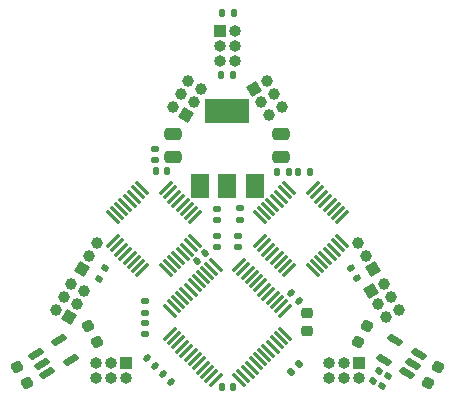
<source format=gbr>
%TF.GenerationSoftware,KiCad,Pcbnew,7.0.0-da2b9df05c~163~ubuntu22.04.1*%
%TF.CreationDate,2023-03-01T01:28:45+03:00*%
%TF.ProjectId,freeeeg16-alpha,66726565-6565-4673-9136-2d616c706861,rev?*%
%TF.SameCoordinates,Original*%
%TF.FileFunction,Soldermask,Bot*%
%TF.FilePolarity,Negative*%
%FSLAX46Y46*%
G04 Gerber Fmt 4.6, Leading zero omitted, Abs format (unit mm)*
G04 Created by KiCad (PCBNEW 7.0.0-da2b9df05c~163~ubuntu22.04.1) date 2023-03-01 01:28:45*
%MOMM*%
%LPD*%
G01*
G04 APERTURE LIST*
G04 Aperture macros list*
%AMRoundRect*
0 Rectangle with rounded corners*
0 $1 Rounding radius*
0 $2 $3 $4 $5 $6 $7 $8 $9 X,Y pos of 4 corners*
0 Add a 4 corners polygon primitive as box body*
4,1,4,$2,$3,$4,$5,$6,$7,$8,$9,$2,$3,0*
0 Add four circle primitives for the rounded corners*
1,1,$1+$1,$2,$3*
1,1,$1+$1,$4,$5*
1,1,$1+$1,$6,$7*
1,1,$1+$1,$8,$9*
0 Add four rect primitives between the rounded corners*
20,1,$1+$1,$2,$3,$4,$5,0*
20,1,$1+$1,$4,$5,$6,$7,0*
20,1,$1+$1,$6,$7,$8,$9,0*
20,1,$1+$1,$8,$9,$2,$3,0*%
%AMHorizOval*
0 Thick line with rounded ends*
0 $1 width*
0 $2 $3 position (X,Y) of the first rounded end (center of the circle)*
0 $4 $5 position (X,Y) of the second rounded end (center of the circle)*
0 Add line between two ends*
20,1,$1,$2,$3,$4,$5,0*
0 Add two circle primitives to create the rounded ends*
1,1,$1,$2,$3*
1,1,$1,$4,$5*%
%AMRotRect*
0 Rectangle, with rotation*
0 The origin of the aperture is its center*
0 $1 length*
0 $2 width*
0 $3 Rotation angle, in degrees counterclockwise*
0 Add horizontal line*
21,1,$1,$2,0,0,$3*%
G04 Aperture macros list end*
%ADD10RoundRect,0.135000X-0.092715X0.209413X-0.227715X-0.024413X0.092715X-0.209413X0.227715X0.024413X0*%
%ADD11RoundRect,0.140000X-0.077224X0.206244X-0.217224X-0.036244X0.077224X-0.206244X0.217224X0.036244X0*%
%ADD12R,1.000000X1.000000*%
%ADD13O,1.000000X1.000000*%
%ADD14RotRect,1.000000X1.000000X210.000000*%
%ADD15HorizOval,1.000000X0.000000X0.000000X0.000000X0.000000X0*%
%ADD16RotRect,1.000000X1.000000X150.000000*%
%ADD17HorizOval,1.000000X0.000000X0.000000X0.000000X0.000000X0*%
%ADD18RoundRect,0.140000X0.170000X-0.140000X0.170000X0.140000X-0.170000X0.140000X-0.170000X-0.140000X0*%
%ADD19RoundRect,0.135000X-0.185000X0.135000X-0.185000X-0.135000X0.185000X-0.135000X0.185000X0.135000X0*%
%ADD20RoundRect,0.140000X0.140000X0.170000X-0.140000X0.170000X-0.140000X-0.170000X0.140000X-0.170000X0*%
%ADD21RoundRect,0.225000X0.329006X-0.069856X0.104006X0.319856X-0.329006X0.069856X-0.104006X-0.319856X0*%
%ADD22RoundRect,0.140000X-0.219203X-0.021213X-0.021213X-0.219203X0.219203X0.021213X0.021213X0.219203X0*%
%ADD23RoundRect,0.225000X-0.104006X0.319856X-0.329006X-0.069856X0.104006X-0.319856X0.329006X0.069856X0*%
%ADD24RoundRect,0.140000X-0.170000X0.140000X-0.170000X-0.140000X0.170000X-0.140000X0.170000X0.140000X0*%
%ADD25RoundRect,0.075000X-0.415425X-0.521491X0.521491X0.415425X0.415425X0.521491X-0.521491X-0.415425X0*%
%ADD26RoundRect,0.075000X0.415425X-0.521491X0.521491X-0.415425X-0.415425X0.521491X-0.521491X0.415425X0*%
%ADD27RoundRect,0.150000X-0.368838X-0.386154X0.518838X0.126346X0.368838X0.386154X-0.518838X-0.126346X0*%
%ADD28RotRect,1.000000X1.000000X330.000000*%
%ADD29HorizOval,1.000000X0.000000X0.000000X0.000000X0.000000X0*%
%ADD30R,1.500000X2.000000*%
%ADD31R,3.800000X2.000000*%
%ADD32RoundRect,0.075000X0.530330X-0.424264X-0.424264X0.530330X-0.530330X0.424264X0.424264X-0.530330X0*%
%ADD33RoundRect,0.075000X0.530330X0.424264X0.424264X0.530330X-0.530330X-0.424264X-0.424264X-0.530330X0*%
%ADD34RoundRect,0.140000X-0.021213X0.219203X-0.219203X0.021213X0.021213X-0.219203X0.219203X-0.021213X0*%
%ADD35RoundRect,0.135000X-0.135000X-0.185000X0.135000X-0.185000X0.135000X0.185000X-0.135000X0.185000X0*%
%ADD36RoundRect,0.140000X0.219203X0.021213X0.021213X0.219203X-0.219203X-0.021213X-0.021213X-0.219203X0*%
%ADD37RoundRect,0.150000X0.518838X-0.126346X-0.368838X0.386154X-0.518838X0.126346X0.368838X-0.386154X0*%
%ADD38RoundRect,0.140000X-0.140000X-0.170000X0.140000X-0.170000X0.140000X0.170000X-0.140000X0.170000X0*%
%ADD39RoundRect,0.250000X0.475000X-0.250000X0.475000X0.250000X-0.475000X0.250000X-0.475000X-0.250000X0*%
%ADD40RoundRect,0.225000X-0.250000X0.225000X-0.250000X-0.225000X0.250000X-0.225000X0.250000X0.225000X0*%
%ADD41RoundRect,0.075000X-0.424264X-0.530330X0.530330X0.424264X0.424264X0.530330X-0.530330X-0.424264X0*%
%ADD42RoundRect,0.075000X0.424264X-0.530330X0.530330X-0.424264X-0.424264X0.530330X-0.530330X0.424264X0*%
%ADD43RoundRect,0.135000X0.035355X-0.226274X0.226274X-0.035355X-0.035355X0.226274X-0.226274X0.035355X0*%
%ADD44RoundRect,0.135000X-0.227715X0.024413X-0.092715X-0.209413X0.227715X-0.024413X0.092715X0.209413X0*%
G04 APERTURE END LIST*
D10*
%TO.C,R12*%
X13597996Y-10100419D03*
X13087996Y-10983765D03*
%TD*%
D11*
%TO.C,C40*%
X12838400Y-9718908D03*
X12358400Y-10550292D03*
%TD*%
D12*
%TO.C,J1*%
X-624999Y19054999D03*
D13*
X644999Y19054999D03*
X-624999Y17784999D03*
X644999Y17784999D03*
X-624999Y16514999D03*
X644999Y16514999D03*
%TD*%
D14*
%TO.C,J3*%
X12344399Y-1099851D03*
D15*
X11709399Y0D03*
X11074399Y1099852D03*
%TD*%
D16*
%TO.C,J2*%
X-12346899Y-1104182D03*
D17*
X-11711899Y-4330D03*
X-11076899Y1095521D03*
%TD*%
D18*
%TO.C,C36*%
X-6985000Y-6576000D03*
X-6985000Y-5616000D03*
%TD*%
D12*
%TO.C,J29*%
X11167947Y-9026999D03*
D13*
X11167947Y-10296999D03*
X9897947Y-9026999D03*
X9897947Y-10296999D03*
X8627947Y-9026999D03*
X8627947Y-10296999D03*
%TD*%
D12*
%TO.C,J28*%
X-8630999Y-9026999D03*
D13*
X-8630999Y-10296999D03*
X-9900999Y-9026999D03*
X-9900999Y-10296999D03*
X-11170999Y-9026999D03*
X-11170999Y-10296999D03*
%TD*%
D19*
%TO.C,R6*%
X-6985000Y-3808000D03*
X-6985000Y-4828000D03*
%TD*%
D20*
%TO.C,C22*%
X-5108000Y7239000D03*
X-6068000Y7239000D03*
%TD*%
D14*
%TO.C,J31*%
X12133110Y-2961164D03*
D15*
X13232962Y-2326164D03*
X12768110Y-4061016D03*
X13867962Y-3426016D03*
X13403110Y-5160869D03*
X14502962Y-4525869D03*
%TD*%
D21*
%TO.C,C3*%
X-17011500Y-10704170D03*
X-17786500Y-9361830D03*
%TD*%
D22*
%TO.C,C20*%
X-5419411Y-9998389D03*
X-4740589Y-10677211D03*
%TD*%
D20*
%TO.C,C35*%
X480000Y-11049000D03*
X-480000Y-11049000D03*
%TD*%
D23*
%TO.C,C2*%
X11817500Y-5932830D03*
X11042500Y-7275170D03*
%TD*%
%TO.C,C1*%
X17786500Y-9361830D03*
X17011500Y-10704170D03*
%TD*%
D24*
%TO.C,C5*%
X1041400Y4061400D03*
X1041400Y3101400D03*
%TD*%
%TO.C,C11*%
X-6096000Y9088000D03*
X-6096000Y8128000D03*
%TD*%
D25*
%TO.C,U6*%
X-998788Y-10475876D03*
X-1352342Y-10122322D03*
X-1705895Y-9768769D03*
X-2059449Y-9415215D03*
X-2413002Y-9061662D03*
X-2766555Y-8708109D03*
X-3120109Y-8354555D03*
X-3473662Y-8001002D03*
X-3827215Y-7647449D03*
X-4180769Y-7293895D03*
X-4534322Y-6940342D03*
X-4887876Y-6586788D03*
D26*
X-4887876Y-4589212D03*
X-4534322Y-4235658D03*
X-4180769Y-3882105D03*
X-3827215Y-3528551D03*
X-3473662Y-3174998D03*
X-3120109Y-2821445D03*
X-2766555Y-2467891D03*
X-2413002Y-2114338D03*
X-2059449Y-1760785D03*
X-1705895Y-1407231D03*
X-1352342Y-1053678D03*
X-998788Y-700124D03*
D25*
X998788Y-700124D03*
X1352342Y-1053678D03*
X1705895Y-1407231D03*
X2059449Y-1760785D03*
X2413002Y-2114338D03*
X2766555Y-2467891D03*
X3120109Y-2821445D03*
X3473662Y-3174998D03*
X3827215Y-3528551D03*
X4180769Y-3882105D03*
X4534322Y-4235658D03*
X4887876Y-4589212D03*
D26*
X4887876Y-6586788D03*
X4534322Y-6940342D03*
X4180769Y-7293895D03*
X3827215Y-7647449D03*
X3473662Y-8001002D03*
X3120109Y-8354555D03*
X2766555Y-8708109D03*
X2413002Y-9061662D03*
X2059449Y-9415215D03*
X1705895Y-9768769D03*
X1352342Y-10122322D03*
X998788Y-10475876D03*
%TD*%
D18*
%TO.C,C21*%
X889000Y790000D03*
X889000Y1750000D03*
%TD*%
D27*
%TO.C,U4*%
X-15242104Y-9900474D03*
X-15717104Y-9077750D03*
X-16192104Y-8255026D03*
X-14221896Y-7117526D03*
X-13271896Y-8762974D03*
%TD*%
D28*
%TO.C,J32*%
X-3502111Y11988166D03*
D29*
X-4601963Y12623166D03*
X-2867111Y13088018D03*
X-3966963Y13723018D03*
X-2232111Y14187871D03*
X-3331963Y14822871D03*
%TD*%
D30*
%TO.C,U10*%
X2299999Y5993999D03*
X0Y5993999D03*
D31*
X0Y12293999D03*
D30*
X-2299999Y5993999D03*
%TD*%
D24*
%TO.C,C12*%
X-889000Y4036000D03*
X-889000Y3076000D03*
%TD*%
D10*
%TO.C,R8*%
X-10387600Y-1006127D03*
X-10897600Y-1889473D03*
%TD*%
D32*
%TO.C,U3*%
X9705501Y1278373D03*
X9351948Y924819D03*
X8998394Y571266D03*
X8644841Y217713D03*
X8291287Y-135841D03*
X7937734Y-489394D03*
X7584181Y-842948D03*
X7230627Y-1196501D03*
D33*
X5215373Y-1196501D03*
X4861819Y-842948D03*
X4508266Y-489394D03*
X4154713Y-135841D03*
X3801159Y217713D03*
X3447606Y571266D03*
X3094052Y924819D03*
X2740499Y1278373D03*
D32*
X2740499Y3293627D03*
X3094052Y3647181D03*
X3447606Y4000734D03*
X3801159Y4354287D03*
X4154713Y4707841D03*
X4508266Y5061394D03*
X4861819Y5414948D03*
X5215373Y5768501D03*
D33*
X7230627Y5768501D03*
X7584181Y5414948D03*
X7937734Y5061394D03*
X8291287Y4707841D03*
X8644841Y4354287D03*
X8998394Y4000734D03*
X9351948Y3647181D03*
X9705501Y3293627D03*
%TD*%
D34*
%TO.C,C33*%
X-1905000Y254000D03*
X-2583822Y-424822D03*
%TD*%
D21*
%TO.C,C4*%
X-11042500Y-7275170D03*
X-11817500Y-5932830D03*
%TD*%
D14*
%TO.C,J33*%
X2233636Y14185226D03*
D15*
X3333488Y14820226D03*
X2868636Y13085374D03*
X3968488Y13720374D03*
X3503636Y11985521D03*
X4603488Y12620521D03*
%TD*%
D35*
%TO.C,R4*%
X-510000Y15367000D03*
X510000Y15367000D03*
%TD*%
D36*
%TO.C,C41*%
X-6162989Y-9280211D03*
X-6841811Y-8601389D03*
%TD*%
D37*
%TO.C,U7*%
X16192104Y-8255026D03*
X15717104Y-9077750D03*
X15242104Y-9900474D03*
X13271896Y-8762974D03*
X14221896Y-7117526D03*
%TD*%
D28*
%TO.C,J30*%
X-13401585Y-5158224D03*
D29*
X-14501437Y-4523224D03*
X-12766585Y-4058372D03*
X-13866437Y-3423372D03*
X-12131585Y-2958519D03*
X-13231437Y-2323519D03*
%TD*%
D38*
%TO.C,C6*%
X4219000Y7112000D03*
X5179000Y7112000D03*
%TD*%
D39*
%TO.C,C16*%
X-4572000Y8448000D03*
X-4572000Y10348000D03*
%TD*%
D24*
%TO.C,C13*%
X-889000Y1750000D03*
X-889000Y790000D03*
%TD*%
D40*
%TO.C,C32*%
X6731000Y-4813000D03*
X6731000Y-6363000D03*
%TD*%
D36*
%TO.C,C34*%
X6054411Y-3810000D03*
X5375589Y-3131178D03*
%TD*%
D41*
%TO.C,U8*%
X-7230627Y-1196501D03*
X-7584181Y-842948D03*
X-7937734Y-489394D03*
X-8291287Y-135841D03*
X-8644841Y217713D03*
X-8998394Y571266D03*
X-9351948Y924819D03*
X-9705501Y1278373D03*
D42*
X-9705501Y3293627D03*
X-9351948Y3647181D03*
X-8998394Y4000734D03*
X-8644841Y4354287D03*
X-8291287Y4707841D03*
X-7937734Y5061394D03*
X-7584181Y5414948D03*
X-7230627Y5768501D03*
D41*
X-5215373Y5768501D03*
X-4861819Y5414948D03*
X-4508266Y5061394D03*
X-4154713Y4707841D03*
X-3801159Y4354287D03*
X-3447606Y4000734D03*
X-3094052Y3647181D03*
X-2740499Y3293627D03*
D42*
X-2740499Y1278373D03*
X-3094052Y924819D03*
X-3447606Y571266D03*
X-3801159Y217713D03*
X-4154713Y-135841D03*
X-4508266Y-489394D03*
X-4861819Y-842948D03*
X-5215373Y-1196501D03*
%TD*%
D20*
%TO.C,C7*%
X6957000Y7112000D03*
X5997000Y7112000D03*
%TD*%
D43*
%TO.C,R5*%
X5354376Y-9834824D03*
X6075624Y-9113576D03*
%TD*%
D35*
%TO.C,R2*%
X-492000Y20574000D03*
X528000Y20574000D03*
%TD*%
D44*
%TO.C,R10*%
X10463800Y-955327D03*
X10973800Y-1838673D03*
%TD*%
D39*
%TO.C,C17*%
X4572000Y8448000D03*
X4572000Y10348000D03*
%TD*%
M02*

</source>
